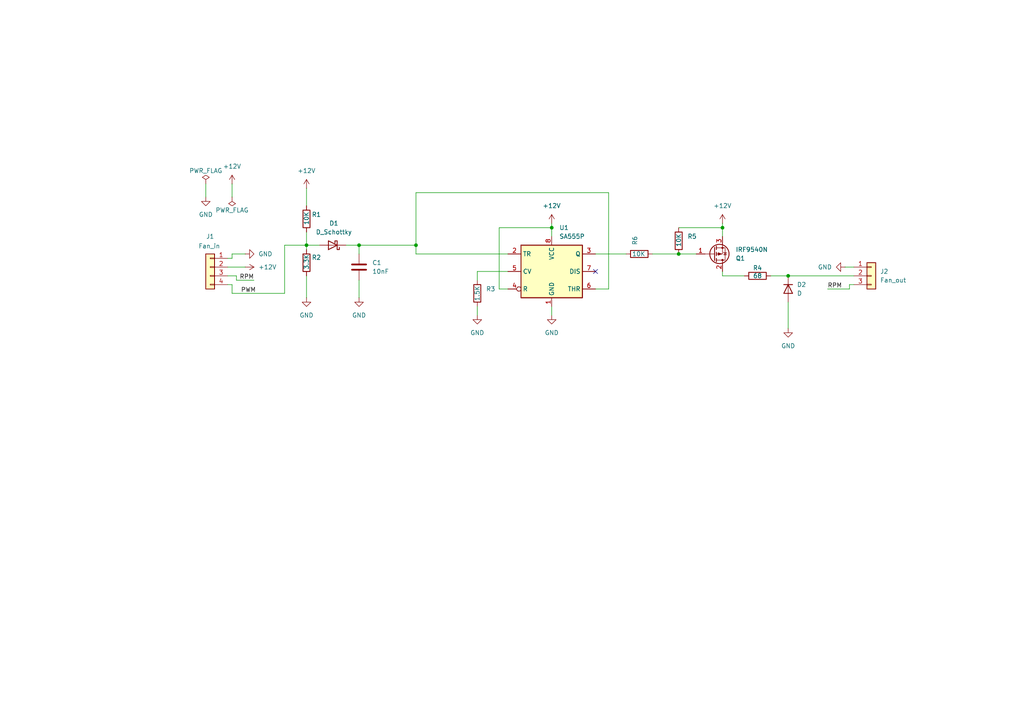
<source format=kicad_sch>
(kicad_sch (version 20231120) (generator "eeschema") (generator_version "8.0")
  (paper "A4")
  (lib_symbols
    (symbol "Connector_Generic:Conn_01x03" (pin_names (offset 1.016) hide)
      (property "Reference" "J" (at 0 5.08 0))
      (property "Value" "Conn_01x03" (at 0 -5.08 0))
      (symbol "Conn_01x03_1_1"
        (rectangle (start -1.27 -2.413) (end 0 -2.667) (stroke (width 0.1524)))
        (rectangle (start -1.27 0.127) (end 0 -0.127) (stroke (width 0.1524)))
        (rectangle (start -1.27 2.667) (end 0 2.413) (stroke (width 0.1524)))
        (rectangle (start -1.27 3.81) (end 1.27 -3.81) (stroke (width 0.254)) (fill (type background)))
        (pin passive line (at -5.08 2.54 0) (length 3.81) (name "Pin_1") (number "1"))
        (pin passive line (at -5.08 0 0) (length 3.81) (name "Pin_2") (number "2"))
        (pin passive line (at -5.08 -2.54 0) (length 3.81) (name "Pin_3") (number "3"))
      )
    )
    (symbol "Connector_Generic:Conn_01x04" (pin_names (offset 1.016) hide)
      (property "Reference" "J" (at 0 5.08 0))
      (property "Value" "Conn_01x04" (at 0 -7.62 0))
      (symbol "Conn_01x04_1_1"
        (rectangle (start -1.27 -4.953) (end 0 -5.207) (stroke (width 0.1524)))
        (rectangle (start -1.27 -2.413) (end 0 -2.667) (stroke (width 0.1524)))
        (rectangle (start -1.27 0.127) (end 0 -0.127) (stroke (width 0.1524)))
        (rectangle (start -1.27 2.667) (end 0 2.413) (stroke (width 0.1524)))
        (rectangle (start -1.27 3.81) (end 1.27 -6.35) (stroke (width 0.254)) (fill (type background)))
        (pin passive line (at -5.08 2.54 0) (length 3.81) (name "Pin_1") (number "1"))
        (pin passive line (at -5.08 0 0) (length 3.81) (name "Pin_2") (number "2"))
        (pin passive line (at -5.08 -2.54 0) (length 3.81) (name "Pin_3") (number "3"))
        (pin passive line (at -5.08 -5.08 0) (length 3.81) (name "Pin_4") (number "4"))
      )
    )
    (symbol "Device:C" (pin_numbers hide) (pin_names (offset 0.254))
      (property "Reference" "C" (at 0.635 2.54 0))
      (property "Value" "C" (at 0.635 -2.54 0))
      (symbol "C_0_1"
        (polyline (pts (xy -2.032 -0.762) (xy 2.032 -0.762)) (stroke (width 0.508)))
        (polyline (pts (xy -2.032 0.762) (xy 2.032 0.762)) (stroke (width 0.508)))
      )
      (symbol "C_1_1"
        (pin passive line (at 0 3.81 270) (length 2.794) (name "~") (number "1"))
        (pin passive line (at 0 -3.81 90) (length 2.794) (name "~") (number "2"))
      )
    )
    (symbol "Device:D" (pin_numbers hide) (pin_names (offset 1.016) hide)
      (property "Reference" "D" (at 0 2.54 0))
      (property "Value" "D" (at 0 -2.54 0))
      (symbol "D_0_1"
        (polyline (pts (xy -1.27 1.27) (xy -1.27 -1.27)) (stroke (width 0.254)))
        (polyline (pts (xy 1.27 0) (xy -1.27 0)))
        (polyline (pts (xy 1.27 1.27) (xy 1.27 -1.27) (xy -1.27 0) (xy 1.27 1.27)) (stroke (width 0.254)))
      )
      (symbol "D_1_1"
        (pin passive line (at -3.81 0 0) (length 2.54) (name "K") (number "1"))
        (pin passive line (at 3.81 0 180) (length 2.54) (name "A") (number "2"))
      )
    )
    (symbol "Device:D_Schottky" (pin_numbers hide) (pin_names (offset 1.016) hide)
      (property "Reference" "D" (at 0 2.54 0))
      (property "Value" "D_Schottky" (at 0 -2.54 0))
      (symbol "D_Schottky_0_1"
        (polyline (pts (xy 1.27 0) (xy -1.27 0)))
        (polyline (pts (xy 1.27 1.27) (xy 1.27 -1.27) (xy -1.27 0) (xy 1.27 1.27)) (stroke (width 0.254)))
        (polyline (pts (xy -1.905 0.635) (xy -1.905 1.27) (xy -1.27 1.27) (xy -1.27 -1.27) (xy -0.635 -1.27) (xy -0.635 -0.635)) (stroke (width 0.254)))
      )
      (symbol "D_Schottky_1_1"
        (pin passive line (at -3.81 0 0) (length 2.54) (name "K") (number "1"))
        (pin passive line (at 3.81 0 180) (length 2.54) (name "A") (number "2"))
      )
    )
    (symbol "Device:R" (pin_numbers hide) (pin_names (offset 0))
      (property "Reference" "R" (at 2.032 0 90))
      (property "Value" "R" (at 0 0 90))
      (symbol "R_0_1"
        (rectangle (start -1.016 -2.54) (end 1.016 2.54) (stroke (width 0.254)))
      )
      (symbol "R_1_1"
        (pin passive line (at 0 3.81 270) (length 1.27) (name "~") (number "1"))
        (pin passive line (at 0 -3.81 90) (length 1.27) (name "~") (number "2"))
      )
    )
    (symbol "Timer:SA555P"
      (property "Reference" "U" (at -10.16 8.89 0))
      (property "Value" "SA555P" (at 2.54 8.89 0))
      (symbol "SA555P_0_0"
        (pin power_in line (at 0 -10.16 90) (length 2.54) (name "GND") (number "1"))
        (pin power_in line (at 0 10.16 270) (length 2.54) (name "VCC") (number "8"))
      )
      (symbol "SA555P_0_1"
        (rectangle (start -8.89 -7.62) (end 8.89 7.62) (stroke (width 0.254)) (fill (type background)))
        (rectangle (start -8.89 -7.62) (end 8.89 7.62) (stroke (width 0.254)) (fill (type background)))
      )
      (symbol "SA555P_1_1"
        (pin input line (at -12.7 5.08 0) (length 3.81) (name "TR") (number "2"))
        (pin output line (at 12.7 5.08 180) (length 3.81) (name "Q") (number "3"))
        (pin input inverted (at -12.7 -5.08 0) (length 3.81) (name "R") (number "4"))
        (pin input line (at -12.7 0 0) (length 3.81) (name "CV") (number "5"))
        (pin input line (at 12.7 -5.08 180) (length 3.81) (name "THR") (number "6"))
        (pin input line (at 12.7 0 180) (length 3.81) (name "DIS") (number "7"))
      )
    )
    (symbol "Transistor_FET:IRF9540N" (pin_names hide)
      (property "Reference" "Q" (at 5.08 1.905 0))
      (property "Value" "IRF9540N" (at 5.08 0 0))
      (symbol "IRF9540N_0_1"
        (polyline (pts (xy 0.254 0) (xy -2.54 0)))
        (polyline (pts (xy 0.254 1.905) (xy 0.254 -1.905)) (stroke (width 0.254)))
        (polyline (pts (xy 0.762 -1.27) (xy 0.762 -2.286)) (stroke (width 0.254)))
        (polyline (pts (xy 0.762 0.508) (xy 0.762 -0.508)) (stroke (width 0.254)))
        (polyline (pts (xy 0.762 2.286) (xy 0.762 1.27)) (stroke (width 0.254)))
        (polyline (pts (xy 2.54 2.54) (xy 2.54 1.778)))
        (polyline (pts (xy 2.54 -2.54) (xy 2.54 0) (xy 0.762 0)))
        (polyline (pts (xy 0.762 1.778) (xy 3.302 1.778) (xy 3.302 -1.778) (xy 0.762 -1.778)))
        (polyline (pts (xy 2.286 0) (xy 1.27 0.381) (xy 1.27 -0.381) (xy 2.286 0)) (fill (type outline)))
        (polyline (pts (xy 2.794 -0.508) (xy 2.921 -0.381) (xy 3.683 -0.381) (xy 3.81 -0.254)))
        (polyline (pts (xy 3.302 -0.381) (xy 2.921 0.254) (xy 3.683 0.254) (xy 3.302 -0.381)))
        (circle (center 1.651 0) (radius 2.794) (stroke (width 0.254)))
        (circle (center 2.54 -1.778) (radius 0.254) (fill (type outline)))
        (circle (center 2.54 1.778) (radius 0.254) (fill (type outline)))
      )
      (symbol "IRF9540N_1_1"
        (pin input line (at -5.08 0 0) (length 2.54) (name "G") (number "1"))
        (pin passive line (at 2.54 5.08 270) (length 2.54) (name "D") (number "2"))
        (pin passive line (at 2.54 -5.08 90) (length 2.54) (name "S") (number "3"))
      )
    )
    (symbol "power:+12V" (power) (pin_numbers hide) (pin_names (offset 0) hide)
      (property "Value" "+12V" (at 0 3.556 0))
      (symbol "+12V_0_1"
        (polyline (pts (xy -0.762 1.27) (xy 0 2.54)))
        (polyline (pts (xy 0 0) (xy 0 2.54)))
        (polyline (pts (xy 0 2.54) (xy 0.762 1.27)))
      )
      (symbol "+12V_1_1"
        (pin power_in line (at 0 0 90) (length 0) (name "~") (number "1"))
      )
    )
    (symbol "power:GND" (power) (pin_numbers hide) (pin_names (offset 0) hide)
      (property "Value" "GND" (at 0 -3.81 0))
      (symbol "GND_0_1"
        (polyline (pts (xy 0 0) (xy 0 -1.27) (xy 1.27 -1.27) (xy 0 -2.54) (xy -1.27 -1.27) (xy 0 -1.27)))
      )
      (symbol "GND_1_1"
        (pin power_in line (at 0 0 270) (length 0) (name "~") (number "1"))
      )
    )
    (symbol "power:PWR_FLAG" (power) (pin_numbers hide) (pin_names (offset 0) hide)
      (property "Value" "PWR_FLAG" (at 0 3.81 0))
      (symbol "PWR_FLAG_0_0"
        (pin power_out line (at 0 0 90) (length 0) (name "~") (number "1"))
      )
      (symbol "PWR_FLAG_0_1"
        (polyline (pts (xy 0 0) (xy 0 1.27) (xy -1.016 1.905) (xy 0 2.54) (xy 1.016 1.905) (xy 0 1.27)))
      )
    )
  )
  (junction (at 88.9 71.12))
  (junction (at 209.55 66.04))
  (junction (at 160.02 66.04))
  (junction (at 104.14 71.12))
  (junction (at 196.85 73.66))
  (junction (at 120.65 71.12))
  (junction (at 228.6 80.01))
  (no_connect (at 172.72 78.74))
  (wire (pts (xy 67.31 82.55) (xy 66.04 82.55)))
  (wire (pts (xy 67.31 85.09) (xy 67.31 82.55)))
  (wire (pts (xy 189.23 73.66) (xy 196.85 73.66)))
  (wire (pts (xy 176.53 83.82) (xy 172.72 83.82)))
  (wire (pts (xy 176.53 55.88) (xy 120.65 55.88)))
  (wire (pts (xy 160.02 64.77) (xy 160.02 66.04)))
  (wire (pts (xy 88.9 71.12) (xy 88.9 72.39)))
  (wire (pts (xy 228.6 87.63) (xy 228.6 95.25)))
  (wire (pts (xy 196.85 73.66) (xy 201.93 73.66)))
  (wire (pts (xy 120.65 73.66) (xy 147.32 73.66)))
  (wire (pts (xy 67.31 73.66) (xy 67.31 74.93)))
  (wire (pts (xy 59.69 53.34) (xy 59.69 57.15)))
  (wire (pts (xy 67.31 53.34) (xy 67.31 57.15)))
  (wire (pts (xy 160.02 66.04) (xy 160.02 68.58)))
  (wire (pts (xy 67.31 74.93) (xy 66.04 74.93)))
  (wire (pts (xy 88.9 67.31) (xy 88.9 71.12)))
  (wire (pts (xy 100.33 71.12) (xy 104.14 71.12)))
  (wire (pts (xy 88.9 71.12) (xy 92.71 71.12)))
  (wire (pts (xy 88.9 80.01) (xy 88.9 86.36)))
  (wire (pts (xy 138.43 78.74) (xy 147.32 78.74)))
  (wire (pts (xy 246.38 82.55) (xy 246.38 83.82)))
  (wire (pts (xy 147.32 83.82) (xy 144.78 83.82)))
  (wire (pts (xy 82.55 85.09) (xy 82.55 71.12)))
  (wire (pts (xy 209.55 64.77) (xy 209.55 66.04)))
  (wire (pts (xy 172.72 73.66) (xy 181.61 73.66)))
  (wire (pts (xy 104.14 71.12) (xy 104.14 73.66)))
  (wire (pts (xy 68.58 81.28) (xy 73.66 81.28)))
  (wire (pts (xy 176.53 83.82) (xy 176.53 55.88)))
  (wire (pts (xy 228.6 80.01) (xy 247.65 80.01)))
  (wire (pts (xy 120.65 55.88) (xy 120.65 71.12)))
  (wire (pts (xy 160.02 88.9) (xy 160.02 91.44)))
  (wire (pts (xy 144.78 83.82) (xy 144.78 66.04)))
  (wire (pts (xy 82.55 71.12) (xy 88.9 71.12)))
  (wire (pts (xy 138.43 88.9) (xy 138.43 91.44)))
  (wire (pts (xy 68.58 81.28) (xy 68.58 80.01)))
  (wire (pts (xy 228.6 80.01) (xy 223.52 80.01)))
  (wire (pts (xy 209.55 80.01) (xy 215.9 80.01)))
  (wire (pts (xy 209.55 78.74) (xy 209.55 80.01)))
  (wire (pts (xy 245.11 77.47) (xy 247.65 77.47)))
  (wire (pts (xy 247.65 82.55) (xy 246.38 82.55)))
  (wire (pts (xy 209.55 66.04) (xy 209.55 68.58)))
  (wire (pts (xy 66.04 77.47) (xy 71.12 77.47)))
  (wire (pts (xy 144.78 66.04) (xy 160.02 66.04)))
  (wire (pts (xy 104.14 71.12) (xy 120.65 71.12)))
  (wire (pts (xy 88.9 54.61) (xy 88.9 59.69)))
  (wire (pts (xy 240.03 83.82) (xy 246.38 83.82)))
  (wire (pts (xy 67.31 85.09) (xy 82.55 85.09)))
  (wire (pts (xy 196.85 66.04) (xy 209.55 66.04)))
  (wire (pts (xy 104.14 81.28) (xy 104.14 86.36)))
  (wire (pts (xy 120.65 73.66) (xy 120.65 71.12)))
  (wire (pts (xy 138.43 81.28) (xy 138.43 78.74)))
  (wire (pts (xy 68.58 80.01) (xy 66.04 80.01)))
  (wire (pts (xy 67.31 73.66) (xy 71.12 73.66)))
  (label "RPM" (at 240.03 83.82 0))
  (label "PWM" (at 69.85 85.09 0))
  (label "RPM" (at 73.66 81.28 180))
  (symbol (lib_id "power:+12V") (at 67.31 53.34 0) (unit 1)
    (property "Reference" "#PWR02" (effects (hide yes)))
    (property "Value" "+12V" (at 67.31 48.26 0))
    (property "Description" "Power symbol creates a global label with name \"+12V\"" (effects (hide yes)))
  )
  (symbol (lib_id "Device:R") (at 88.9 63.5 0) (unit 1)
    (property "Reference" "R1" (at 90.424 62.23 0) (effects (justify left)))
    (property "Value" "10K" (at 88.9 65.278 90) (effects (justify left)))
    (property "Footprint" "Resistor_THT:R_Axial_DIN0207_L6.3mm_D2.5mm_P7.62mm_Horizontal" (effects (hide yes)))
    (property "Description" "Resistor" (effects (hide yes)))
  )
  (symbol (lib_id "Device:R") (at 138.43 85.09 0) (unit 1)
    (property "Reference" "R3" (at 140.97 83.8199 0) (effects (justify left)))
    (property "Value" "1.5K" (at 138.43 87.376 90) (effects (justify left)))
    (property "Footprint" "Resistor_THT:R_Axial_DIN0207_L6.3mm_D2.5mm_P7.62mm_Horizontal" (effects (hide yes)))
    (property "Description" "Resistor" (effects (hide yes)))
  )
  (symbol (lib_id "power:GND") (at 138.43 91.44 0) (unit 1)
    (property "Reference" "#PWR08" (effects (hide yes)))
    (property "Value" "GND" (at 138.43 96.52 0))
    (property "Description" "Power symbol creates a global label with name \"GND\" , ground" (effects (hide yes)))
  )
  (symbol (lib_id "Connector_Generic:Conn_01x04") (at 60.96 77.47 0) (mirror y) (unit 1)
    (property "Reference" "J1" (at 60.96 68.58 0))
    (property "Value" "Fan_in" (at 60.706 71.374 0))
    (property "Footprint" "Connector_PinHeader_2.54mm:PinHeader_1x04_P2.54mm_Vertical" (effects (hide yes)))
    (property "Description" "Generic connector, single row, 01x04, script generated (kicad-library-utils/schlib/autogen/connector/)" (effects (hide yes)))
  )
  (symbol (lib_id "Timer:SA555P") (at 160.02 78.74 0) (unit 1)
    (property "Reference" "U1" (at 162.2141 66.04 0) (effects (justify left)))
    (property "Value" "SA555P" (at 162.2141 68.58 0) (effects (justify left)))
    (property "Footprint" "Package_DIP:DIP-8_W7.62mm" (effects (hide yes)))
    (property "Datasheet" "http://www.ti.com/lit/ds/symlink/ne555.pdf" (effects (hide yes)))
    (property "Description" "Precision Timers, 555 compatible, PDIP-8" (effects (hide yes)))
  )
  (symbol (lib_id "Device:R") (at 185.42 73.66 90) (unit 1)
    (property "Reference" "R6" (at 184.1499 71.12 0) (effects (justify left)))
    (property "Value" "10K" (at 187.198 73.66 90) (effects (justify left)))
    (property "Footprint" "Resistor_THT:R_Axial_DIN0207_L6.3mm_D2.5mm_P7.62mm_Horizontal" (effects (hide yes)))
    (property "Description" "Resistor" (effects (hide yes)))
  )
  (symbol (lib_id "Device:R") (at 219.71 80.01 90) (unit 1)
    (property "Reference" "R4" (at 219.71 77.724 90))
    (property "Value" "68" (at 219.71 80.01 90))
    (property "Footprint" "Resistor_THT:R_Axial_DIN0207_L6.3mm_D2.5mm_P7.62mm_Horizontal" (effects (hide yes)))
    (property "Description" "Resistor" (effects (hide yes)))
  )
  (symbol (lib_id "power:GND") (at 104.14 86.36 0) (unit 1)
    (property "Reference" "#PWR07" (effects (hide yes)))
    (property "Value" "GND" (at 104.14 91.44 0))
    (property "Description" "Power symbol creates a global label with name \"GND\" , ground" (effects (hide yes)))
  )
  (symbol (lib_id "power:+12V") (at 160.02 64.77 0) (unit 1)
    (property "Reference" "#PWR09" (effects (hide yes)))
    (property "Value" "+12V" (at 160.02 59.69 0))
    (property "Description" "Power symbol creates a global label with name \"+12V\"" (effects (hide yes)))
  )
  (symbol (lib_id "power:GND") (at 71.12 73.66 90) (unit 1)
    (property "Reference" "#PWR03" (effects (hide yes)))
    (property "Value" "GND" (at 74.93 73.6599 90) (effects (justify right)))
    (property "Description" "Power symbol creates a global label with name \"GND\" , ground" (effects (hide yes)))
  )
  (symbol (lib_id "power:GND") (at 160.02 91.44 0) (unit 1)
    (property "Reference" "#PWR010" (effects (hide yes)))
    (property "Value" "GND" (at 160.02 96.52 0))
    (property "Description" "Power symbol creates a global label with name \"GND\" , ground" (effects (hide yes)))
  )
  (symbol (lib_id "Connector_Generic:Conn_01x03") (at 252.73 80.01 0) (unit 1)
    (property "Reference" "J2" (at 255.27 78.7399 0) (effects (justify left)))
    (property "Value" "Fan_out" (at 255.27 81.2799 0) (effects (justify left)))
    (property "Footprint" "Connector_PinHeader_2.54mm:PinHeader_1x03_P2.54mm_Vertical" (effects (hide yes)))
    (property "Description" "Generic connector, single row, 01x03, script generated (kicad-library-utils/schlib/autogen/connector/)" (effects (hide yes)))
  )
  (symbol (lib_id "power:PWR_FLAG") (at 67.31 57.15 180) (unit 1)
    (property "Reference" "#FLG02" (effects (hide yes)))
    (property "Value" "PWR_FLAG" (at 67.31 60.96 0))
    (property "Description" "Special symbol for telling ERC where power comes from" (effects (hide yes)))
  )
  (symbol (lib_id "power:+12V") (at 88.9 54.61 0) (unit 1)
    (property "Reference" "#PWR05" (effects (hide yes)))
    (property "Value" "+12V" (at 88.9 49.53 0))
    (property "Description" "Power symbol creates a global label with name \"+12V\"" (effects (hide yes)))
  )
  (symbol (lib_id "power:PWR_FLAG") (at 59.69 53.34 0) (unit 1)
    (property "Reference" "#FLG01" (effects (hide yes)))
    (property "Value" "PWR_FLAG" (at 59.69 49.53 0))
    (property "Description" "Special symbol for telling ERC where power comes from" (effects (hide yes)))
  )
  (symbol (lib_id "power:+12V") (at 209.55 64.77 0) (unit 1)
    (property "Reference" "#PWR013" (effects (hide yes)))
    (property "Value" "+12V" (at 209.55 59.69 0))
    (property "Description" "Power symbol creates a global label with name \"+12V\"" (effects (hide yes)))
  )
  (symbol (lib_id "Device:R") (at 196.85 69.85 0) (unit 1)
    (property "Reference" "R5" (at 199.39 68.5799 0) (effects (justify left)))
    (property "Value" "10K" (at 196.85 71.628 90) (effects (justify left)))
    (property "Footprint" "Resistor_THT:R_Axial_DIN0207_L6.3mm_D2.5mm_P7.62mm_Horizontal" (effects (hide yes)))
    (property "Description" "Resistor" (effects (hide yes)))
  )
  (symbol (lib_id "Device:C") (at 104.14 77.47 0) (unit 1)
    (property "Reference" "C1" (at 107.95 76.1999 0) (effects (justify left)))
    (property "Value" "10nF" (at 107.95 78.7399 0) (effects (justify left)))
    (property "Footprint" "Capacitor_THT:C_Rect_L7.2mm_W3.0mm_P5.00mm_FKS2_FKP2_MKS2_MKP2" (effects (hide yes)))
    (property "Description" "Unpolarized capacitor" (effects (hide yes)))
  )
  (symbol (lib_id "Device:R") (at 88.9 76.2 180) (unit 1)
    (property "Reference" "R2" (at 90.424 74.676 0) (effects (justify right)))
    (property "Value" "3.3K" (at 88.9 78.232 90) (effects (justify right)))
    (property "Footprint" "Resistor_THT:R_Axial_DIN0207_L6.3mm_D2.5mm_P7.62mm_Horizontal" (effects (hide yes)))
    (property "Description" "Resistor" (effects (hide yes)))
  )
  (symbol (lib_id "power:+12V") (at 71.12 77.47 270) (unit 1)
    (property "Reference" "#PWR04" (effects (hide yes)))
    (property "Value" "+12V" (at 74.93 77.4699 90) (effects (justify left)))
    (property "Description" "Power symbol creates a global label with name \"+12V\"" (effects (hide yes)))
  )
  (symbol (lib_id "Device:D") (at 228.6 83.82 270) (unit 1)
    (property "Reference" "D2" (at 231.14 82.5499 90) (effects (justify left)))
    (property "Value" "D" (at 231.14 85.0899 90) (effects (justify left)))
    (property "Footprint" "Diode_THT:D_DO-35_SOD27_P7.62mm_Horizontal" (effects (hide yes)))
    (property "Description" "Diode" (effects (hide yes)))
    (property "Sim.Device" "D" (effects (hide yes)))
    (property "Sim.Pins" "1=K 2=A" (effects (hide yes)))
  )
  (symbol (lib_id "power:GND") (at 245.11 77.47 270) (unit 1)
    (property "Reference" "#PWR012" (effects (hide yes)))
    (property "Value" "GND" (at 241.3 77.4699 90) (effects (justify right)))
    (property "Description" "Power symbol creates a global label with name \"GND\" , ground" (effects (hide yes)))
  )
  (symbol (lib_id "power:GND") (at 228.6 95.25 0) (unit 1)
    (property "Reference" "#PWR011" (effects (hide yes)))
    (property "Value" "GND" (at 228.6 100.33 0))
    (property "Description" "Power symbol creates a global label with name \"GND\" , ground" (effects (hide yes)))
  )
  (symbol (lib_id "Transistor_FET:IRF9540N") (at 207.01 73.66 0) (mirror x) (unit 1)
    (property "Reference" "Q1" (at 213.36 74.9301 0) (effects (justify left)))
    (property "Value" "IRF9540N" (at 213.36 72.3901 0) (effects (justify left)))
    (property "Footprint" "Package_TO_SOT_THT:TO-220-3_Vertical" (effects (hide yes)))
    (property "Datasheet" "http://www.irf.com/product-info/datasheets/data/irf9540n.pdf" (effects (hide yes)))
    (property "Description" "-23A Id, -100V Vds, 117mOhm Rds, P-Channel HEXFET Power MOSFET, TO-220" (effects (hide yes)))
  )
  (symbol (lib_id "power:GND") (at 59.69 57.15 0) (unit 1)
    (property "Reference" "#PWR01" (effects (hide yes)))
    (property "Value" "GND" (at 59.69 62.23 0))
    (property "Description" "Power symbol creates a global label with name \"GND\" , ground" (effects (hide yes)))
  )
  (symbol (lib_id "power:GND") (at 88.9 86.36 0) (unit 1)
    (property "Reference" "#PWR06" (effects (hide yes)))
    (property "Value" "GND" (at 88.9 91.44 0))
    (property "Description" "Power symbol creates a global label with name \"GND\" , ground" (effects (hide yes)))
  )
  (symbol (lib_id "Device:D_Schottky") (at 96.52 71.12 180) (unit 1)
    (property "Reference" "D1" (at 96.8375 64.77 0))
    (property "Value" "D_Schottky" (at 96.8375 67.31 0))
    (property "Footprint" "Diode_THT:D_DO-35_SOD27_P7.62mm_Horizontal" (effects (hide yes)))
    (property "Description" "Schottky diode" (effects (hide yes)))
  )
)
</source>
